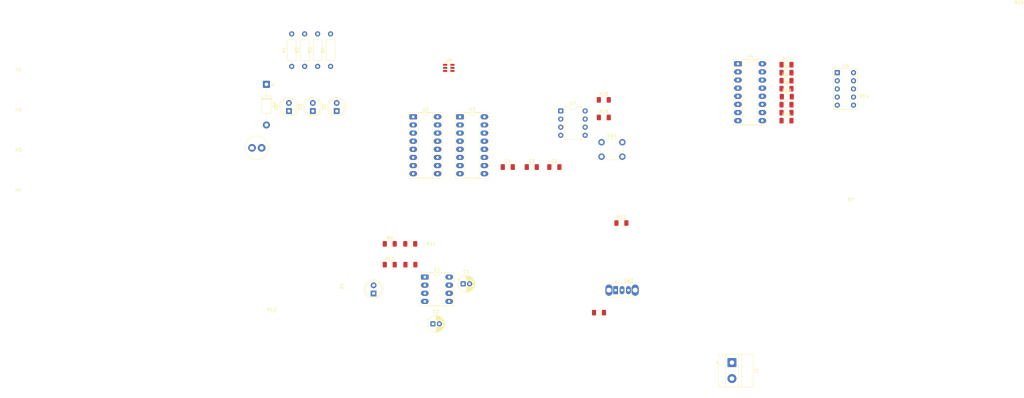
<source format=kicad_pcb>
(kicad_pcb (version 20241229) (generator "pcbnew") (generator_version "9.0")
  (layers (0 "F.Cu" signal) (2 "B.Cu" signal) (13 "F.Paste" user) (15 "B.Paste" user) (5 "F.SilkS" user "F.Silkscreen") (7 "B.SilkS" user "B.Silkscreen") (1 "F.Mask" user) (3 "B.Mask" user) (25 "Edge.Cuts" user))
  (net 0 "")
  (net 1 "VDD")
  (net 2 "GND")
  (net 3 "Net-(D2-K)")
  (net 4 "Net-(D3-K)")
  (net 5 "Net-(D4-K)")
  (net 6 "Net-(D5-K)")
  (net 7 "Net-(U7-DIS)")
  (net 8 "Net-(U7-THR)")
  (net 9 "+5V")
  (net 10 "Net-(U4-g)")
  (net 11 "Net-(U5-G)")
  (net 12 "Net-(U5-F)")
  (net 13 "Net-(U4-f)")
  (net 14 "Clock")
  (net 15 "Net-(U4-e)")
  (net 16 "Net-(U5-E)")
  (net 17 "Net-(U4-BI)")
  (net 18 "Net-(U4-d)")
  (net 19 "Net-(U5-D)")
  (net 20 "Net-(SW2-A)")
  (net 21 "Net-(R13-Pad1)")
  (net 22 "Net-(U3B-J)")
  (net 23 "Net-(U3A-J)")
  (net 24 "Net-(U2B-J)")
  (net 25 "Net-(U2A-J)")
  (net 26 "Net-(U4-c)")
  (net 27 "Net-(U5-C)")
  (net 28 "Net-(U5-A)")
  (net 29 "Net-(U4-a)")
  (net 30 "Net-(U5-B)")
  (net 31 "Net-(U4-b)")
  (net 32 "Q3")
  (net 33 "Q1")
  (net 34 "Reset")
  (net 36 "Net-(D1-K)")
  (net 39 "555")
  (net 41 "Q2")
  (net 43 "Q0")
  (footprint "Package_DIP:DIP-16_W7.62mm_Socket_LongPads" (layer "F.Cu") (at 102 43.3)
    (property "Reference" "U3" (at 3.81 -2.33 0) (layer "F.SilkS"))
    (property "Value" "4027")
    (pad "1" thru_hole roundrect (at 0 0) (size 2.4 1.6) (drill 0.8) (layers "*.Cu" "*.Mask") (roundrect_rratio 0.15625) (net 41 "Q2"))
    (pad "2" thru_hole oval (at 0 2.54) (size 2.4 1.6) (drill 0.8) (layers "*.Cu" "*.Mask"))
    (pad "3" thru_hole oval (at 0 5.08) (size 2.4 1.6) (drill 0.8) (layers "*.Cu" "*.Mask") (net 33 "Q1"))
    (pad "4" thru_hole oval (at 0 7.62) (size 2.4 1.6) (drill 0.8) (layers "*.Cu" "*.Mask") (net 34 "Reset"))
    (pad "5" thru_hole oval (at 0 10.16) (size 2.4 1.6) (drill 0.8) (layers "*.Cu" "*.Mask") (net 23 "Net-(U3A-J)"))
    (pad "6" thru_hole oval (at 0 12.7) (size 2.4 1.6) (drill 0.8) (layers "*.Cu" "*.Mask") (net 23 "Net-(U3A-J)"))
    (pad "7" thru_hole oval (at 0 15.24) (size 2.4 1.6) (drill 0.8) (layers "*.Cu" "*.Mask") (net 2 "GND"))
    (pad "8" thru_hole oval (at 0 17.78) (size 2.4 1.6) (drill 0.8) (layers "*.Cu" "*.Mask") (net 2 "GND"))
    (pad "9" thru_hole oval (at 7.62 17.78) (size 2.4 1.6) (drill 0.8) (layers "*.Cu" "*.Mask") (net 2 "GND"))
    (pad "10" thru_hole oval (at 7.62 15.24) (size 2.4 1.6) (drill 0.8) (layers "*.Cu" "*.Mask") (net 22 "Net-(U3B-J)"))
    (pad "11" thru_hole oval (at 7.62 12.7) (size 2.4 1.6) (drill 0.8) (layers "*.Cu" "*.Mask") (net 22 "Net-(U3B-J)"))
    (pad "12" thru_hole oval (at 7.62 10.16) (size 2.4 1.6) (drill 0.8) (layers "*.Cu" "*.Mask") (net 34 "Reset"))
    (pad "13" thru_hole oval (at 7.62 7.62) (size 2.4 1.6) (drill 0.8) (layers "*.Cu" "*.Mask") (net 41 "Q2"))
    (pad "14" thru_hole oval (at 7.62 5.08) (size 2.4 1.6) (drill 0.8) (layers "*.Cu" "*.Mask"))
    (pad "15" thru_hole oval (at 7.62 2.54) (size 2.4 1.6) (drill 0.8) (layers "*.Cu" "*.Mask") (net 32 "Q3"))
    (pad "16" thru_hole oval (at 7.62 0) (size 2.4 1.6) (drill 0.8) (layers "*.Cu" "*.Mask") (net 9 "+5V"))
  )
  (footprint "Resistor_THT:R_Axial_DIN0207_L6.3mm_D2.5mm_P10.16mm_Horizontal" (layer "F.Cu") (at 61.55 27.54 90)
    (property "Reference" "R4" (at 5.08 -2.37 90) (layer "F.SilkS"))
    (property "Value" "4k7")
    (pad "1" thru_hole circle (at 0 0 90) (size 1.6 1.6) (drill 0.8) (layers "*.Cu" "*.Mask") (net 6 "Net-(D5-K)"))
    (pad "2" thru_hole circle (at 10.16 0 90) (size 1.6 1.6) (drill 0.8) (layers "*.Cu" "*.Mask") (net 2 "GND"))
  )
  (footprint "Diode_THT:D_DO-41_SOD81_P12.70mm_Horizontal" (layer "F.Cu") (at 41.5 33.15 -90)
    (property "Reference" "D4" (at 6.35 -2.47 90) (layer "F.SilkS"))
    (property "Value" "LED")
    (fp_text user "K" (at 0 -2.1 90) (layer "F.SilkS"))
    (pad "1" thru_hole roundrect (at 0 0 270) (size 2.2 2.2) (drill 1.1) (layers "*.Cu" "*.Mask") (roundrect_rratio 0.113636) (net 5 "Net-(D4-K)"))
    (pad "2" thru_hole circle (at 12.7 0 270) (size 2.2 2.2) (drill 1.1) (layers "*.Cu" "*.Mask") (net 41 "Q2"))
  )
  (footprint "Package_TO_SOT_SMD:SOT-23-6" (layer "F.Cu") (at 98.5 28)
    (property "Reference" "U6" (at 0 -2.4 0) (layer "F.SilkS"))
    (property "Value" "74LVC1G11")
    (pad "1" smd roundrect (at -1.1375 -0.95) (size 1.325 0.6) (layers "F.Cu" "F.Mask" "F.Paste") (net 32 "Q3"))
    (pad "2" smd roundrect (at -1.1375 0) (size 1.325 0.6) (layers "F.Cu" "F.Mask" "F.Paste") (net 2 "GND"))
    (pad "3" smd roundrect (at -1.1375 0.95) (size 1.325 0.6) (layers "F.Cu" "F.Mask" "F.Paste") (net 14 "Clock"))
    (pad "4" smd roundrect (at 1.1375 0.95) (size 1.325 0.6) (layers "F.Cu" "F.Mask" "F.Paste") (net 34 "Reset"))
    (pad "5" smd roundrect (at 1.1375 0) (size 1.325 0.6) (layers "F.Cu" "F.Mask" "F.Paste") (net 9 "+5V"))
    (pad "6" smd roundrect (at 1.1375 -0.95) (size 1.325 0.6) (layers "F.Cu" "F.Mask" "F.Paste") (net 33 "Q1"))
  )
  (footprint "Inductor_THT:L_Radial_D7.2mm_P3.00mm_Murata_1700" (layer "F.Cu") (at 37 53)
    (property "Reference" "L1" (at 0 0 0) (layer "F.SilkS"))
    (property "Value" "L")
    (pad "1" thru_hole circle (at 0 0) (size 2.4 2.4) (drill 1.2) (layers "*.Cu" "*.Mask") (net 36 "Net-(D1-K)"))
    (pad "2" thru_hole circle (at 3 0) (size 2.4 2.4) (drill 1.2) (layers "*.Cu" "*.Mask") (net 9 "+5V"))
  )
  (footprint "LED_THT:LED_D5.0mm" (layer "F.Cu") (at 48.53 41.5 90)
    (property "Reference" "D2" (at 1.27 -3.96 90) (layer "F.SilkS"))
    (property "Value" "LED")
    (pad "1" thru_hole rect (at 0 0 90) (size 1.8 1.8) (drill 0.9) (layers "*.Cu" "*.Mask") (net 3 "Net-(D2-K)"))
    (pad "2" thru_hole circle (at 2.54 0 90) (size 1.8 1.8) (drill 0.9) (layers "*.Cu" "*.Mask") (net 43 "Q0"))
  )
  (footprint "Resistor_SMD:R_1206_3216Metric_Pad1.30x1.75mm_HandSolder" (layer "F.Cu") (at 204.15 37)
    (property "Reference" "R18" (at 0 -1.83 0) (layer "F.SilkS"))
    (property "Value" "2k")
    (pad "1" smd roundrect (at -1.55 0) (size 1.3 1.75) (layers "F.Cu" "F.Mask" "F.Paste") (roundrect_rratio 0.192308) (net 10 "Net-(U4-g)"))
    (pad "2" smd roundrect (at 1.55 0) (size 1.3 1.75) (layers "F.Cu" "F.Mask" "F.Paste") (roundrect_rratio 0.192308) (net 11 "Net-(U5-G)"))
  )
  (footprint "Package_DIP:DIP-8_W7.62mm_Socket_LongPads" (layer "F.Cu") (at 91 93.38)
    (property "Reference" "U1" (at 3.81 -2.33 0) (layer "F.SilkS"))
    (property "Value" "LM2574N-5")
    (pad "1" thru_hole roundrect (at 0 0) (size 2.4 1.6) (drill 0.8) (layers "*.Cu" "*.Mask") (roundrect_rratio 0.15625) (net 9 "+5V"))
    (pad "2" thru_hole oval (at 0 2.54) (size 2.4 1.6) (drill 0.8) (layers "*.Cu" "*.Mask") (net 2 "GND"))
    (pad "3" thru_hole oval (at 0 5.08) (size 2.4 1.6) (drill 0.8) (layers "*.Cu" "*.Mask") (net 2 "GND"))
    (pad "4" thru_hole oval (at 0 7.62) (size 2.4 1.6) (drill 0.8) (layers "*.Cu" "*.Mask") (net 2 "GND"))
    (pad "5" thru_hole oval (at 7.62 7.62) (size 2.4 1.6) (drill 0.8) (layers "*.Cu" "*.Mask") (net 1 "VDD"))
    (pad "6" thru_hole oval (at 7.62 5.08) (size 2.4 1.6) (drill 0.8) (layers "*.Cu" "*.Mask"))
    (pad "7" thru_hole oval (at 7.62 2.54) (size 2.4 1.6) (drill 0.8) (layers "*.Cu" "*.Mask") (net 36 "Net-(D1-K)"))
    (pad "8" thru_hole oval (at 7.62 0) (size 2.4 1.6) (drill 0.8) (layers "*.Cu" "*.Mask"))
  )
  (footprint "Resistor_THT:R_Axial_DIN0207_L6.3mm_D2.5mm_P10.16mm_Horizontal" (layer "F.Cu") (at 53.45 27.54 90)
    (property "Reference" "R2" (at 5.08 -2.37 90) (layer "F.SilkS"))
    (property "Value" "4k7")
    (pad "1" thru_hole circle (at 0 0 90) (size 1.6 1.6) (drill 0.8) (layers "*.Cu" "*.Mask") (net 4 "Net-(D3-K)"))
    (pad "2" thru_hole circle (at 10.16 0 90) (size 1.6 1.6) (drill 0.8) (layers "*.Cu" "*.Mask") (net 2 "GND"))
  )
  (footprint "Resistor_SMD:R_1206_3216Metric_Pad1.30x1.75mm_HandSolder" (layer "F.Cu") (at 204.05 34.5)
    (property "Reference" "R8" (at 0 -1.83 0) (layer "F.SilkS"))
    (property "Value" "2k")
    (pad "1" smd roundrect (at -1.55 0) (size 1.3 1.75) (layers "F.Cu" "F.Mask" "F.Paste") (roundrect_rratio 0.192308) (net 26 "Net-(U4-c)"))
    (pad "2" smd roundrect (at 1.55 0) (size 1.3 1.75) (layers "F.Cu" "F.Mask" "F.Paste") (roundrect_rratio 0.192308) (net 27 "Net-(U5-C)"))
  )
  (footprint "Resistor_SMD:R_1206_3216Metric_Pad1.30x1.75mm_HandSolder" (layer "F.Cu") (at 80.05 89.5)
    (property "Reference" "R10" (at 0 -1.83 0) (layer "F.SilkS"))
    (property "Value" "10k")
    (pad "1" smd roundrect (at -1.55 0) (size 1.3 1.75) (layers "F.Cu" "F.Mask" "F.Paste") (roundrect_rratio 0.192308) (net 9 "+5V"))
    (pad "2" smd roundrect (at 1.55 0) (size 1.3 1.75) (layers "F.Cu" "F.Mask" "F.Paste") (roundrect_rratio 0.192308) (net 24 "Net-(U2B-J)"))
  )
  (footprint "Package_DIP:DIP-16_W7.62mm_Socket_LongPads" (layer "F.Cu") (at 188.88 26.72)
    (property "Reference" "U4" (at 3.81 -2.33 0) (layer "F.SilkS"))
    (property "Value" "74LS47")
    (pad "1" thru_hole roundrect (at 0 0) (size 2.4 1.6) (drill 0.8) (layers "*.Cu" "*.Mask") (roundrect_rratio 0.15625) (net 33 "Q1"))
    (pad "2" thru_hole oval (at 0 2.54) (size 2.4 1.6) (drill 0.8) (layers "*.Cu" "*.Mask") (net 41 "Q2"))
    (pad "3" thru_hole oval (at 0 5.08) (size 2.4 1.6) (drill 0.8) (layers "*.Cu" "*.Mask") (net 17 "Net-(U4-BI)"))
    (pad "4" thru_hole oval (at 0 7.62) (size 2.4 1.6) (drill 0.8) (layers "*.Cu" "*.Mask") (net 17 "Net-(U4-BI)"))
    (pad "5" thru_hole oval (at 0 10.16) (size 2.4 1.6) (drill 0.8) (layers "*.Cu" "*.Mask") (net 17 "Net-(U4-BI)"))
    (pad "6" thru_hole oval (at 0 12.7) (size 2.4 1.6) (drill 0.8) (layers "*.Cu" "*.Mask") (net 32 "Q3"))
    (pad "7" thru_hole oval (at 0 15.24) (size 2.4 1.6) (drill 0.8) (layers "*.Cu" "*.Mask") (net 43 "Q0"))
    (pad "8" thru_hole oval (at 0 17.78) (size 2.4 1.6) (drill 0.8) (layers "*.Cu" "*.Mask") (net 2 "GND"))
    (pad "9" thru_hole oval (at 7.62 17.78) (size 2.4 1.6) (drill 0.8) (layers "*.Cu" "*.Mask") (net 15 "Net-(U4-e)"))
    (pad "10" thru_hole oval (at 7.62 15.24) (size 2.4 1.6) (drill 0.8) (layers "*.Cu" "*.Mask") (net 18 "Net-(U4-d)"))
    (pad "11" thru_hole oval (at 7.62 12.7) (size 2.4 1.6) (drill 0.8) (layers "*.Cu" "*.Mask") (net 26 "Net-(U4-c)"))
    (pad "12" thru_hole oval (at 7.62 10.16) (size 2.4 1.6) (drill 0.8) (layers "*.Cu" "*.Mask") (net 31 "Net-(U4-b)"))
    (pad "13" thru_hole oval (at 7.62 7.62) (size 2.4 1.6) (drill 0.8) (layers "*.Cu" "*.Mask") (net 29 "Net-(U4-a)"))
    (pad "14" thru_hole oval (at 7.62 5.08) (size 2.4 1.6) (drill 0.8) (layers "*.Cu" "*.Mask") (net 10 "Net-(U4-g)"))
    (pad "15" thru_hole oval (at 7.62 2.54) (size 2.4 1.6) (drill 0.8) (layers "*.Cu" "*.Mask") (net 13 "Net-(U4-f)"))
    (pad "16" thru_hole oval (at 7.62 0) (size 2.4 1.6) (drill 0.8) (layers "*.Cu" "*.Mask") (net 9 "+5V"))
  )
  (footprint "Resistor_SMD:R_1206_3216Metric_Pad1.30x1.75mm_HandSolder" (layer "F.Cu") (at 86.5 89.5)
    (property "Reference" "R12" (at -43.325 14.065 0) (layer "F.SilkS"))
    (property "Value" "10k")
    (pad "1" smd roundrect (at -1.55 0) (size 1.3 1.75) (layers "F.Cu" "F.Mask" "F.Paste") (roundrect_rratio 0.192308) (net 9 "+5V"))
    (pad "2" smd roundrect (at 1.55 0) (size 1.3 1.75) (layers "F.Cu" "F.Mask" "F.Paste") (roundrect_rratio 0.192308) (net 22 "Net-(U3B-J)"))
  )
  (footprint "Resistor_SMD:R_1206_3216Metric_Pad1.30x1.75mm_HandSolder" (layer "F.Cu") (at 204.05 32)
    (property "Reference" "R6" (at -0.5 -1.83 0) (layer "F.SilkS"))
    (property "Value" "2k")
    (pad "1" smd roundrect (at -1.55 0) (size 1.3 1.75) (layers "F.Cu" "F.Mask" "F.Paste") (roundrect_rratio 0.192308) (net 31 "Net-(U4-b)"))
    (pad "2" smd roundrect (at 1.55 0) (size 1.3 1.75) (layers "F.Cu" "F.Mask" "F.Paste") (roundrect_rratio 0.192308) (net 30 "Net-(U5-B)"))
  )
  (footprint "Resistor_SMD:R_1206_3216Metric_Pad1.30x1.75mm_HandSolder" (layer "F.Cu") (at 86.45 83)
    (property "Reference" "R11" (at 6.55 0 0) (layer "F.SilkS"))
    (property "Value" "10k")
    (pad "1" smd roundrect (at -1.55 0) (size 1.3 1.75) (layers "F.Cu" "F.Mask" "F.Paste") (roundrect_rratio 0.192308) (net 9 "+5V"))
    (pad "2" smd roundrect (at 1.55 0) (size 1.3 1.75) (layers "F.Cu" "F.Mask" "F.Paste") (roundrect_rratio 0.192308) (net 23 "Net-(U3A-J)"))
  )
  (footprint "Resistor_SMD:R_1206_3216Metric_Pad1.30x1.75mm_HandSolder" (layer "F.Cu") (at 152.45 76.5)
    (property "Reference" "R13" (at 0 -1.83 0) (layer "F.SilkS"))
    (property "Value" "2k")
    (pad "1" smd roundrect (at -1.55 0) (size 1.3 1.75) (layers "F.Cu" "F.Mask" "F.Paste") (roundrect_rratio 0.192308) (net 21 "Net-(R13-Pad1)"))
    (pad "2" smd roundrect (at 1.55 0) (size 1.3 1.75) (layers "F.Cu" "F.Mask" "F.Paste") (roundrect_rratio 0.192308) (net 20 "Net-(SW2-A)"))
  )
  (footprint "LED_THT:LED_D5.0mm" (layer "F.Cu") (at 75 98.5 90)
    (property "Reference" "D1" (at 2.275 -10.03 90) (layer "F.SilkS"))
    (property "Value" "D_Schottky")
    (pad "1" thru_hole rect (at 0 0 90) (size 1.8 1.8) (drill 0.9) (layers "*.Cu" "*.Mask") (net 36 "Net-(D1-K)"))
    (pad "2" thru_hole circle (at 2.54 0 90) (size 1.8 1.8) (drill 0.9) (layers "*.Cu" "*.Mask") (net 2 "GND"))
  )
  (footprint "Capacitor_SMD:C_1206_3216Metric_Pad1.33x1.80mm_HandSolder" (layer "F.Cu") (at 124.4375 59)
    (property "Reference" "C3" (at 0 -1.85 0) (layer "F.SilkS"))
    (property "Value" "10u")
    (pad "1" smd roundrect (at -1.5625 0) (size 1.325 1.8) (layers "F.Cu" "F.Mask" "F.Paste") (roundrect_rratio 0.188679) (net 8 "Net-(U7-THR)"))
    (pad "2" smd roundrect (at 1.5625 0) (size 1.325 1.8) (layers "F.Cu" "F.Mask" "F.Paste") (roundrect_rratio 0.188679) (net 2 "GND"))
  )
  (footprint "Capacitor_SMD:C_1206_3216Metric_Pad1.33x1.80mm_HandSolder" (layer "F.Cu") (at 131.5 59)
    (property "Reference" "C5" (at 0 -1.85 0) (layer "F.SilkS"))
    (property "Value" "1u")
    (pad "1" smd roundrect (at -1.5625 0) (size 1.325 1.8) (layers "F.Cu" "F.Mask" "F.Paste") (roundrect_rratio 0.188679) (net 2 "GND"))
    (pad "2" smd roundrect (at 1.5625 0) (size 1.325 1.8) (layers "F.Cu" "F.Mask" "F.Paste") (roundrect_rratio 0.188679) (net 20 "Net-(SW2-A)"))
  )
  (footprint "LED_THT:LED_D5.0mm" (layer "F.Cu") (at 56 41.5 90)
    (property "Reference" "D3" (at 1.27 -3.96 90) (layer "F.SilkS"))
    (property "Value" "LED")
    (pad "1" thru_hole rect (at 0 0 90) (size 1.8 1.8) (drill 0.9) (layers "*.Cu" "*.Mask") (net 4 "Net-(D3-K)"))
    (pad "2" thru_hole circle (at 2.54 0 90) (size 1.8 1.8) (drill 0.9) (layers "*.Cu" "*.Mask") (net 33 "Q1"))
  )
  (footprint "MountingHole:MountingHole_5.5mm" (layer "F.Cu") (at -36 35)
    (property "Reference" "H1" (at 0 -6.45 0) (layer "F.SilkS"))
    (property "Value" "MountingHole")
    (pad "" np_thru_hole circle (at 0 0) (size 5.5 5.5) (drill 5.5) (layers "*.Cu" "*.Mask"))
  )
  (footprint "Resistor_THT:R_Axial_DIN0207_L6.3mm_D2.5mm_P10.16mm_Horizontal" (layer "F.Cu") (at 57.5 27.54 90)
    (property "Reference" "R3" (at 5.08 -2.37 90) (layer "F.SilkS"))
    (property "Value" "4k7")
    (pad "1" thru_hole circle (at 0 0 90) (size 1.6 1.6) (drill 0.8) (layers "*.Cu" "*.Mask") (net 5 "Net-(D4-K)"))
    (pad "2" thru_hole circle (at 10.16 0 90) (size 1.6 1.6) (drill 0.8) (layers "*.Cu" "*.Mask") (net 2 "GND"))
  )
  (footprint "Capacitor_SMD:C_1206_3216Metric_Pad1.33x1.80mm_HandSolder" (layer "F.Cu") (at 116.9375 59)
    (property "Reference" "C4" (at 0 -1.85 0) (layer "F.SilkS"))
    (property "Value" "100n")
    (pad "1" smd roundrect (at -1.5625 0) (size 1.325 1.8) (layers "F.Cu" "F.Mask" "F.Paste") (roundrect_rratio 0.188679) (net 9 "+5V"))
    (pad "2" smd roundrect (at 1.5625 0) (size 1.325 1.8) (layers "F.Cu" "F.Mask" "F.Paste") (roundrect_rratio 0.188679) (net 2 "GND"))
  )
  (footprint "Resistor_SMD:R_1206_3216Metric_Pad1.30x1.75mm_HandSolder" (layer "F.Cu") (at 145.45 104.5)
    (property "Reference" "R7" (at 78.625 -35.245 0) (layer "F.SilkS"))
    (property "Value" "10k")
    (pad "1" smd roundrect (at -1.55 0) (size 1.3 1.75) (layers "F.Cu" "F.Mask" "F.Paste") (roundrect_rratio 0.192308) (net 9 "+5V"))
    (pad "2" smd roundrect (at 1.55 0) (size 1.3 1.75) (layers "F.Cu" "F.Mask" "F.Paste") (roundrect_rratio 0.192308) (net 14 "Clock"))
  )
  (footprint "Button_Switch_THT:SW_PUSH_6mm_H4.3mm" (layer "F.Cu") (at 146.25 51.25)
    (property "Reference" "SW1" (at 3.25 -2 0) (layer "F.SilkS"))
    (property "Value" "SW_Push")
    (pad "1" thru_hole circle (at 0 0 90) (size 2 2) (drill 1.1) (layers "*.Cu" "*.Mask") (net 2 "GND"))
    (pad "1" thru_hole circle (at 6.5 0 90) (size 2 2) (drill 1.1) (layers "*.Cu" "*.Mask") (net 2 "GND"))
    (pad "2" thru_hole circle (at 0 4.5 90) (size 2 2) (drill 1.1) (layers "*.Cu" "*.Mask") (net 21 "Net-(R13-Pad1)"))
    (pad "2" thru_hole circle (at 6.5 4.5 90) (size 2 2) (drill 1.1) (layers "*.Cu" "*.Mask") (net 21 "Net-(R13-Pad1)"))
  )
  (footprint "Resistor_SMD:R_1206_3216Metric_Pad1.30x1.75mm_HandSolder" (layer "F.Cu") (at 204.05 29.5)
    (property "Reference" "R5" (at 0 -1.83 0) (layer "F.SilkS"))
    (property "Value" "2k")
    (pad "1" smd roundrect (at -1.55 0) (size 1.3 1.75) (layers "F.Cu" "F.Mask" "F.Paste") (roundrect_rratio 0.192308) (net 29 "Net-(U4-a)"))
    (pad "2" smd roundrect (at 1.55 0) (size 1.3 1.75) (layers "F.Cu" "F.Mask" "F.Paste") (roundrect_rratio 0.192308) (net 28 "Net-(U5-A)"))
  )
  (footprint "Resistor_SMD:R_1206_3216Metric_Pad1.30x1.75mm_HandSolder" (layer "F.Cu") (at 204.05 27)
    (property "Reference" "R17" (at 0 -1.83 0) (layer "F.SilkS"))
    (property "Value" "2k")
    (pad "1" smd roundrect (at -1.55 0) (size 1.3 1.75) (layers "F.Cu" "F.Mask" "F.Paste") (roundrect_rratio 0.192308) (net 13 "Net-(U4-f)"))
    (pad "2" smd roundrect (at 1.55 0) (size 1.3 1.75) (layers "F.Cu" "F.Mask" "F.Paste") (roundrect_rratio 0.192308) (net 12 "Net-(U5-F)"))
  )
  (footprint "TerminalBlock_MetzConnect:TerminalBlock_MetzConnect_Type011_RT05502HBLC_1x02_P5.00mm_Horizontal" (layer "F.Cu") (at 187 120.1175 -90)
    (property "Reference" "J1" (at 2.5 -7.62 90) (layer "F.SilkS"))
    (property "Value" "Screw_Terminal_01x02")
    (pad "1" thru_hole roundrect (at 0 0 270) (size 2.8 2.8) (drill 1.4) (layers "*.Cu" "*.Mask") (roundrect_rratio 0.089286) (net 2 "GND"))
    (pad "2" thru_hole circle (at 5 0 270) (size 2.8 2.8) (drill 1.4) (layers "*.Cu" "*.Mask") (net 1 "VDD"))
  )
  (footprint "LED_THT:LED_D5.0mm" (layer "F.Cu") (at 63.47 41.5 90)
    (property "Reference" "D5" (at 1.27 -3.96 90) (layer "F.SilkS"))
    (property "Value" "LED")
    (pad "1" thru_hole rect (at 0 0 90) (size 1.8 1.8) (drill 0.9) (layers "*.Cu" "*.Mask") (net 6 "Net-(D5-K)"))
    (pad "2" thru_hole circle (at 2.54 0 90) (size 1.8 1.8) (drill 0.9) (layers "*.Cu" "*.Mask") (net 32 "Q3"))
  )
  (footprint "Display_7Segment:HDSP-7401" (layer "F.Cu") (at 219.92 29.5)
    (property "Reference" "U5" (at 2.54 -2.159 0) (layer "F.SilkS"))
    (property "Value" "FYS-3911BUHR-21")
    (pad "1" thru_hole rect (at 0 0) (size 1.6 1.6) (drill 0.8) (layers "*.Cu" "*.Mask") (net 9 "+5V"))
    (pad "2" thru_hole circle (at 0 2.54) (size 1.6 1.6) (drill 0.8) (layers "*.Cu" "*.Mask") (net 12 "Net-(U5-F)"))
    (pad "3" thru_hole circle (at 0 5.08) (size 1.6 1.6) (drill 0.8) (layers "*.Cu" "*.Mask") (net 11 "Net-(U5-G)"))
    (pad "4" thru_hole circle (at 0 7.62) (size 1.6 1.6) (drill 0.8) (layers "*.Cu" "*.Mask") (net 16 "Net-(U5-E)"))
    (pad "5" thru_hole circle (at 0 10.16) (size 1.6 1.6) (drill 0.8) (layers "*.Cu" "*.Mask") (net 19 "Net-(U5-D)"))
    (pad "6" thru_hole circle (at 5.08 10.16) (size 1.6 1.6) (drill 0.8) (layers "*.Cu" "*.Mask") (net 9 "+5V"))
    (pad "7" thru_hole circle (at 5.08 7.62) (size 1.6 1.6) (drill 0.8) (layers "*.Cu" "*.Mask"))
    (pad "8" thru_hole circle (at 5.08 5.08) (size 1.6 1.6) (drill 0.8) (layers "*.Cu" "*.Mask") (net 27 "Net-(U5-C)"))
    (pad "9" thru_hole circle (at 5.08 2.54) (size 1.6 1.6) (drill 0.8) (layers "*.Cu" "*.Mask") (net 30 "Net-(U5-B)"))
    (pad "10" thru_hole circle (at 5.08 0) (size 1.6 1.6) (drill 0.8) (layers "*.Cu" "*.Mask") (net 28 "Net-(U5-A)"))
  )
  (footprint "Resistor_SMD:R_1206_3216Metric_Pad1.30x1.75mm_HandSolder" (layer "F.Cu") (at 146.95 38)
    (property "Reference" "R20" (at 0 -1.83 0) (layer "F.SilkS"))
    (property "Value" "47k")
    (pad "1" smd roundrect (at -1.55 0) (size 1.3 1.75) (layers "F.Cu" "F.Mask" "F.Paste") (roundrect_rratio 0.192308) (net 7 "Net-(U7-DIS)"))
    (pad "2" smd roundrect (at 1.55 0) (size 1.3 1.75) (layers "F.Cu" "F.Mask" "F.Paste") (roundrect_rratio 0.192308) (net 8 "Net-(U7-THR)"))
  )
  (footprint "Package_DIP:DIP-8_W7.62mm" (layer "F.Cu") (at 133.5 41.46)
    (property "Reference" "U7" (at 3.81 -2.33 0) (layer "F.SilkS"))
    (property "Value" "NE555P")
    (pad "1" thru_hole roundrect (at 0 0) (size 1.6 1.6) (drill 0.8) (layers "*.Cu" "*.Mask") (roundrect_rratio 0.15625) (net 2 "GND"))
    (pad "2" thru_hole circle (at 0 2.54) (size 1.6 1.6) (drill 0.8) (layers "*.Cu" "*.Mask") (net 8 "Net-(U7-THR)"))
    (pad "3" thru_hole circle (at 0 5.08) (size 1.6 1.6) (drill 0.8) (layers "*.Cu" "*.Mask") (net 39 "555"))
    (pad "4" thru_hole circle (at 0 7.62) (size 1.6 1.6) (drill 0.8) (layers "*.Cu" "*.Mask") (net 9 "+5V"))
    (pad "5" thru_hole circle (at 7.62 7.62) (size 1.6 1.6) (drill 0.8) (layers "*.Cu" "*.Mask"))
    (pad "6" thru_hole circle (at 7.62 5.08) (size 1.6 1.6) (drill 0.8) (layers "*.Cu" "*.Mask") (net 8 "Net-(U7-THR)"))
    (pad "7" thru_hole circle (at 7.62 2.54) (size 1.6 1.6) (drill 0.8) (layers "*.Cu" "*.Mask") (net 7 "Net-(U7-DIS)"))
    (pad "8" thru_hole circle (at 7.62 0) (size 1.6 1.6) (drill 0.8) (layers "*.Cu" "*.Mask") (net 9 "+5V"))
  )
  (footprint "Button_Switch_THT:SW_Slide_SPDT_Straight_CK_OS102011MS2Q" (layer "F.Cu") (at 150.655 97.48)
    (property "Reference" "SW2" (at 3.99 -2.99 0) (layer "F.SilkS"))
    (property "Value" "SW_Wuerth_450301014042")
    (pad "" thru_hole oval (at -2.1 0) (size 2.2 3.5) (drill 1.5) (layers "*.Cu" "*.Mask"))
    (pad "" thru_hole oval (at 6.1 0) (size 2.2 3.5) (drill 1.5) (layers "*.Cu" "*.Mask"))
    (pad "1" thru_hole rect (at 0 0) (size 1.5 2.5) (drill 0.8) (layers "*.Cu" "*.Mask") (net 14 "Clock"))
    (pad "2" thru_hole oval (at 2 0) (size 1.5 2.5) (drill 0.8) (layers "*.Cu" "*.Mask") (net 39 "555"))
    (pad "3" thru_hole oval (at 4 0) (size 1.5 2.5) (drill 0.8) (layers "*.Cu" "*.Mask") (net 20 "Net-(SW2-A)"))
  )
  (footprint "Capacitor_THT:CP_Radial_D5.0mm_P2.00mm" (layer "F.Cu") (at 93.544888 108)
    (property "Reference" "C2" (at 1 -3.75 0) (layer "F.SilkS"))
    (property "Value" "C_Polarized")
    (pad "1" thru_hole roundrect (at 0 0) (size 1.6 1.6) (drill 0.8) (layers "*.Cu" "*.Mask") (roundrect_rratio 0.15625) (net 1 "VDD"))
    (pad "2" thru_hole circle (at 2 0) (size 1.6 1.6) (drill 0.8) (layers "*.Cu" "*.Mask") (net 2 "GND"))
  )
  (footprint "MountingHole:MountingHole_5.5mm" (layer "F.Cu") (at -36 60.1)
    (property "Reference" "H3" (at 0 -6.45 0) (layer "F.SilkS"))
    (property "Value" "MountingHole")
    (pad "" np_thru_hole circle (at 0 0) (size 5.5 5.5) (drill 5.5) (layers "*.Cu" "*.Mask"))
  )
  (footprint "Package_DIP:DIP-16_W7.62mm_Socket_LongPads" (layer "F.Cu") (at 87.38 43.3)
    (property "Reference" "U2" (at 3.81 -2.33 0) (layer "F.SilkS"))
    (property "Value" "4027")
    (pad "1" thru_hole roundrect (at 0 0) (size 2.4 1.6) (drill 0.8) (layers "*.Cu" "*.Mask") (roundrect_rratio 0.15625) (net 43 "Q0"))
    (pad "2" thru_hole oval (at 0 2.54) (size 2.4 1.6) (drill 0.8) (layers "*.Cu" "*.Mask"))
    (pad "3" thru_hole oval (at 0 5.08) (size 2.4 1.6) (drill 0.8) (layers "*.Cu" "*.Mask") (net 14 "Clock"))
    (pad "4" thru_hole oval (at 0 7.62) (size 2.4 1.6) (drill 0.8) (layers "*.Cu" "*.Mask") (net 34 "Reset"))
    (pad "5" thru_hole oval (at 0 10.16) (size 2.4 1.6) (drill 0.8) (layers "*.Cu" "*.Mask") (net 25 "Net-(U2A-J)"))
    (pad "6" thru_hole oval (at 0 12.7) (size 2.4 1.6) (drill 0.8) (layers "*.Cu" "*.Mask") (net 25 "Net-(U2A-J)"))
    (pad "7" thru_hole oval (at 0 15.24) (size 2.4 1.6) (drill 0.8) (layers "*.Cu" "*.Mask") (net 2 "GND"))
    (pad "8" thru_hole oval (at 0 17.78) (size 2.4 1.6) (drill 0.8) (layers "*.Cu" "*.Mask") (net 2 "GND"))
    (pad "9" thru_hole oval (at 7.62 17.78) (size 2.4 1.6) (drill 0.8) (layers "*.Cu" "*.Mask") (net 2 "GND"))
    (pad "10" thru_hole oval (at 7.62 15.24) (size 2.4 1.6) (drill 0.8) (layers "*.Cu" "*.Mask") (net 24 "Net-(U2B-J)"))
    (pad "11" thru_hole oval (at 7.62 12.7) (size 2.4 1.6) (drill 0.8) (layers "*.Cu" "*.Mask") (net 24 "Net-(U2B-J)"))
    (pad "12" thru_hole oval (at 7.62 10.16) (size 2.4 1.6) (drill 0.8) (layers "*.Cu" "*.Mask") (net 34 "Reset"))
    (pad "13" thru_hole oval (at 7.62 7.62) (size 2.4 1.6) (drill 0.8) (layers "*.Cu" "*.Mask") (net 43 "Q0"))
    (pad "14" thru_hole oval (at 7.62 5.08) (size 2.4 1.6) (drill 0.8) (layers "*.Cu" "*.Mask"))
    (pad "15" thru_hole oval (at 7.62 2.54) (size 2.4 1.6) (drill 0.8) (layers "*.Cu" "*.Mask") (net 33 "Q1"))
    (pad "16" thru_hole oval (at 7.62 0) (size 2.4 1.6) (drill 0.8) (layers "*.Cu" "*.Mask") (net 9 "+5V"))
  )
  (footprint "MountingHole:MountingHole_5.5mm" (layer "F.Cu") (at -36 47.55)
    (property "Reference" "H2" (at 0 -6.45 0) (layer "F.SilkS"))
    (property "Value" "MountingHole")
    (pad "" np_thru_hole circle (at 0 0) (size 5.5 5.5) (drill 5.5) (layers "*.Cu" "*.Mask"))
  )
  (footprint "Resistor_SMD:R_1206_3216Metric_Pad1.30x1.75mm_HandSolder" (layer "F.Cu") (at 80.05 83)
    (property "Reference" "R9" (at 0 -1.83 0) (layer "F.SilkS"))
    (property "Value" "10k")
    (pad "1" smd roundrect (at -1.55 0) (size 1.3 1.75) (layers "F.Cu" "F.Mask" "F.Paste") (roundrect_rratio 0.192308) (net 9 "+5V"))
    (pad "2" smd roundrect (at 1.55 0) (size 1.3 1.75) (layers "F.Cu" "F.Mask" "F.Paste") (roundrect_rratio 0.192308) (net 25 "Net-(U2A-J)"))
  )
  (footprint "Resistor_SMD:R_1206_3216Metric_Pad1.30x1.75mm_HandSolder" (layer "F.Cu") (at 204.05 42)
    (property "Reference" "R15" (at 72.675 -34.365 0) (layer "F.SilkS"))
    (property "Value" "10k")
    (pad "1" smd roundrect (at -1.55 0) (size 1.3 1.75) (layers "F.Cu" "F.Mask" "F.Paste") (roundrect_rratio 0.192308) (net 9 "+5V"))
    (pad "2" smd roundrect (at 1.55 0) (size 1.3 1.75) (layers "F.Cu" "F.Mask" "F.Paste") (roundrect_rratio 0.192308) (net 17 "Net-(U4-BI)"))
  )
  (footprint "Capacitor_THT:CP_Radial_D5.0mm_P2.00mm" (layer "F.Cu") (at 103 95.5)
    (property "Reference" "C1" (at 1 -3.75 0) (layer "F.SilkS"))
    (property "Value" "C_Polarized")
    (pad "1" thru_hole roundrect (at 0 0) (size 1.6 1.6) (drill 0.8) (layers "*.Cu" "*.Mask") (roundrect_rratio 0.15625) (net 9 "+5V"))
    (pad "2" thru_hole circle (at 2 0) (size 1.6 1.6) (drill 0.8) (layers "*.Cu" "*.Mask") (net 2 "GND"))
  )
  (footprint "Resistor_SMD:R_1206_3216Metric_Pad1.30x1.75mm_HandSolder" (layer "F.Cu") (at 146.95 43.5)
    (property "Reference" "R19" (at 0 -1.83 0) (layer "F.SilkS"))
    (property "Value" "47k")
    (pad "1" smd roundrect (at -1.55 0) (size 1.3 1.75) (layers "F.Cu" "F.Mask" "F.Paste") (roundrect_rratio 0.192308) (net 9 "+5V"))
    (pad "2" smd roundrect (at 1.55 0) (size 1.3 1.75) (layers "F.Cu" "F.Mask" "F.Paste") (roundrect_rratio 0.192308) (net 7 "Net-(U7-DIS)"))
  )
  (footprint "MountingHole:MountingHole_5.5mm" (layer "F.Cu") (at -36 72.65)
    (property "Reference" "H4" (at 0 -6.45 0) (layer "F.SilkS"))
    (property "Value" "MountingHole")
    (pad "" np_thru_hole circle (at 0 0) (size 5.5 5.5) (drill 5.5) (layers "*.Cu" "*.Mask"))
  )
  (footprint "Resistor_SMD:R_1206_3216Metric_Pad1.30x1.75mm_HandSolder" (layer "F.Cu") (at 204.05 44.5)
    (property "Reference" "R16" (at 0 -1.83 0) (layer "F.SilkS"))
    (property "Value" "2k")
    (pad "1" smd roundrect (at -1.55 0) (size 1.3 1.75) (layers "F.Cu" "F.Mask" "F.Paste") (roundrect_rratio 0.192308) (net 15 "Net-(U4-e)"))
    (pad "2" smd roundrect (at 1.55 0) (size 1.3 1.75) (layers "F.Cu" "F.Mask" "F.Paste") (roundrect_rratio 0.192308) (net 16 "Net-(U5-E)"))
  )
  (footprint "Resistor_SMD:R_1206_3216Metric_Pad1.30x1.75mm_HandSolder" (layer "F.Cu") (at 204.05 39.5)
    (property "Reference" "R14" (at 24.225 -2.555 0) (layer "F.SilkS"))
    (property "Value" "2k")
    (pad "1" smd roundrect (at -1.55 0) (size 1.3 1.75) (layers "F.Cu" "F.Mask" "F.Paste") (roundrect_rratio 0.192308) (net 18 "Net-(U4-d)"))
    (pad "2" smd roundrect (at 1.55 0) (size 1.3 1.75) (layers "F.Cu" "F.Mask" "F.Paste") (roundrect_rratio 0.192308) (net 19 "Net-(U5-D)"))
  )
  (footprint "Resistor_THT:R_Axial_DIN0207_L6.3mm_D2.5mm_P10.16mm_Horizontal" (layer "F.Cu") (at 49.4 27.54 90)
    (property "Reference" "R1" (at 5.08 -2.37 90) (layer "F.SilkS"))
    (property "Value" "4k7")
    (pad "1" thru_hole circle (at 0 0 90) (size 1.6 1.6) (drill 0.8) (layers "*.Cu" "*.Mask") (net 3 "Net-(D2-K)"))
    (pad "2" thru_hole circle (at 10.16 0 90) (size 1.6 1.6) (drill 0.8) (layers "*.Cu" "*.Mask") (net 2 "GND"))
  )
)
</source>
